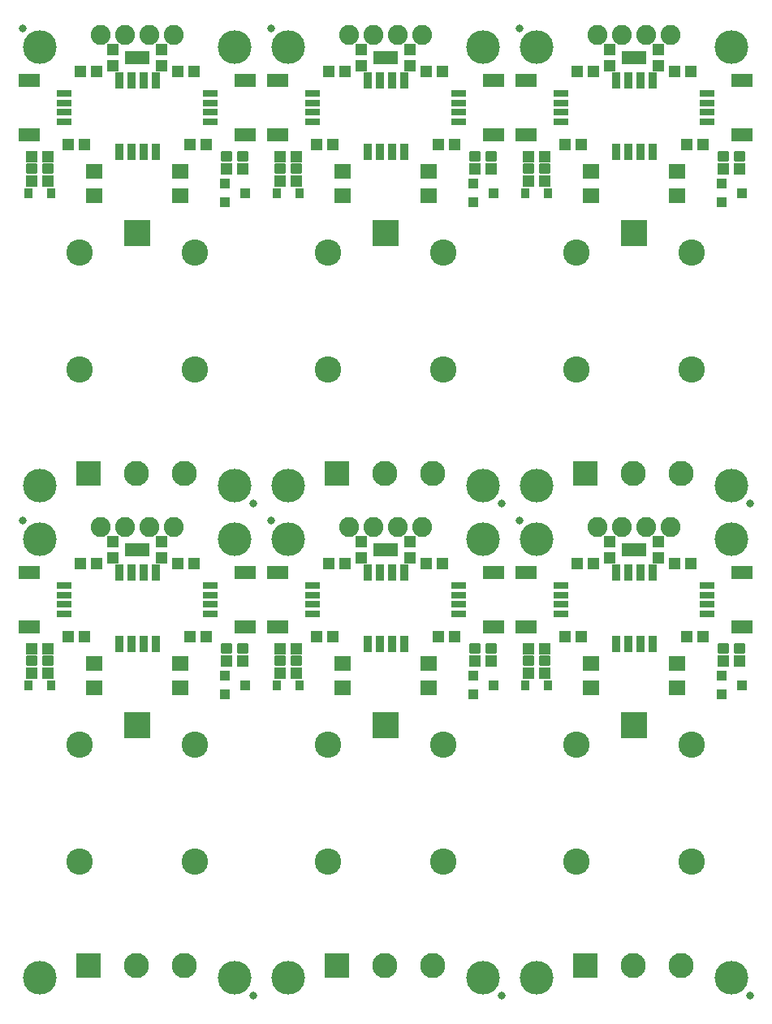
<source format=gts>
G75*
%MOIN*%
%OFA0B0*%
%FSLAX25Y25*%
%IPPOS*%
%LPD*%
%AMOC8*
5,1,8,0,0,1.08239X$1,22.5*
%
%ADD10R,0.05131X0.04737*%
%ADD11R,0.03280X0.04068*%
%ADD12C,0.01421*%
%ADD13R,0.08674X0.05524*%
%ADD14R,0.06115X0.03162*%
%ADD15R,0.10800X0.10800*%
%ADD16C,0.10800*%
%ADD17C,0.13800*%
%ADD18R,0.04737X0.05131*%
%ADD19R,0.03300X0.05800*%
%ADD20R,0.04343X0.03950*%
%ADD21R,0.10300X0.10300*%
%ADD22C,0.10300*%
%ADD23R,0.03800X0.06800*%
%ADD24R,0.06706X0.05918*%
%ADD25C,0.03300*%
%ADD26C,0.08200*%
D10*
X0033154Y0161500D03*
X0039846Y0161500D03*
X0039846Y0171500D03*
X0033154Y0171500D03*
X0048154Y0176500D03*
X0054846Y0176500D03*
X0053154Y0206500D03*
X0059846Y0206500D03*
X0093154Y0206500D03*
X0099846Y0206500D03*
X0098154Y0176500D03*
X0104846Y0176500D03*
X0113154Y0166500D03*
X0119846Y0166500D03*
X0135154Y0161500D03*
X0141846Y0161500D03*
X0141846Y0171500D03*
X0135154Y0171500D03*
X0150154Y0176500D03*
X0156846Y0176500D03*
X0155154Y0206500D03*
X0161846Y0206500D03*
X0195154Y0206500D03*
X0201846Y0206500D03*
X0200154Y0176500D03*
X0206846Y0176500D03*
X0215154Y0166500D03*
X0221846Y0166500D03*
X0237154Y0161500D03*
X0243846Y0161500D03*
X0243846Y0171500D03*
X0237154Y0171500D03*
X0252154Y0176500D03*
X0258846Y0176500D03*
X0257154Y0206500D03*
X0263846Y0206500D03*
X0297154Y0206500D03*
X0303846Y0206500D03*
X0302154Y0176500D03*
X0308846Y0176500D03*
X0317154Y0166500D03*
X0323846Y0166500D03*
X0243846Y0363500D03*
X0237154Y0363500D03*
X0237154Y0373500D03*
X0243846Y0373500D03*
X0252154Y0378500D03*
X0258846Y0378500D03*
X0257154Y0408500D03*
X0263846Y0408500D03*
X0297154Y0408500D03*
X0303846Y0408500D03*
X0302154Y0378500D03*
X0308846Y0378500D03*
X0317154Y0368500D03*
X0323846Y0368500D03*
X0221846Y0368500D03*
X0215154Y0368500D03*
X0206846Y0378500D03*
X0200154Y0378500D03*
X0201846Y0408500D03*
X0195154Y0408500D03*
X0161846Y0408500D03*
X0155154Y0408500D03*
X0156846Y0378500D03*
X0150154Y0378500D03*
X0141846Y0373500D03*
X0135154Y0373500D03*
X0135154Y0363500D03*
X0141846Y0363500D03*
X0119846Y0368500D03*
X0113154Y0368500D03*
X0104846Y0378500D03*
X0098154Y0378500D03*
X0099846Y0408500D03*
X0093154Y0408500D03*
X0059846Y0408500D03*
X0053154Y0408500D03*
X0054846Y0378500D03*
X0048154Y0378500D03*
X0039846Y0373500D03*
X0033154Y0373500D03*
X0033154Y0363500D03*
X0039846Y0363500D03*
D11*
X0041028Y0358500D03*
X0031972Y0358500D03*
X0133972Y0358500D03*
X0143028Y0358500D03*
X0235972Y0358500D03*
X0245028Y0358500D03*
X0245028Y0156500D03*
X0235972Y0156500D03*
X0143028Y0156500D03*
X0133972Y0156500D03*
X0041028Y0156500D03*
X0031972Y0156500D03*
D12*
X0034705Y0164842D02*
X0034705Y0168158D01*
X0034705Y0164842D02*
X0031389Y0164842D01*
X0031389Y0168158D01*
X0034705Y0168158D01*
X0034705Y0166262D02*
X0031389Y0166262D01*
X0031389Y0167682D02*
X0034705Y0167682D01*
X0041611Y0168158D02*
X0041611Y0164842D01*
X0038295Y0164842D01*
X0038295Y0168158D01*
X0041611Y0168158D01*
X0041611Y0166262D02*
X0038295Y0166262D01*
X0038295Y0167682D02*
X0041611Y0167682D01*
X0114705Y0169842D02*
X0114705Y0173158D01*
X0114705Y0169842D02*
X0111389Y0169842D01*
X0111389Y0173158D01*
X0114705Y0173158D01*
X0114705Y0171262D02*
X0111389Y0171262D01*
X0111389Y0172682D02*
X0114705Y0172682D01*
X0121611Y0173158D02*
X0121611Y0169842D01*
X0118295Y0169842D01*
X0118295Y0173158D01*
X0121611Y0173158D01*
X0121611Y0171262D02*
X0118295Y0171262D01*
X0118295Y0172682D02*
X0121611Y0172682D01*
X0136705Y0168158D02*
X0136705Y0164842D01*
X0133389Y0164842D01*
X0133389Y0168158D01*
X0136705Y0168158D01*
X0136705Y0166262D02*
X0133389Y0166262D01*
X0133389Y0167682D02*
X0136705Y0167682D01*
X0143611Y0168158D02*
X0143611Y0164842D01*
X0140295Y0164842D01*
X0140295Y0168158D01*
X0143611Y0168158D01*
X0143611Y0166262D02*
X0140295Y0166262D01*
X0140295Y0167682D02*
X0143611Y0167682D01*
X0216705Y0169842D02*
X0216705Y0173158D01*
X0216705Y0169842D02*
X0213389Y0169842D01*
X0213389Y0173158D01*
X0216705Y0173158D01*
X0216705Y0171262D02*
X0213389Y0171262D01*
X0213389Y0172682D02*
X0216705Y0172682D01*
X0223611Y0173158D02*
X0223611Y0169842D01*
X0220295Y0169842D01*
X0220295Y0173158D01*
X0223611Y0173158D01*
X0223611Y0171262D02*
X0220295Y0171262D01*
X0220295Y0172682D02*
X0223611Y0172682D01*
X0238705Y0168158D02*
X0238705Y0164842D01*
X0235389Y0164842D01*
X0235389Y0168158D01*
X0238705Y0168158D01*
X0238705Y0166262D02*
X0235389Y0166262D01*
X0235389Y0167682D02*
X0238705Y0167682D01*
X0245611Y0168158D02*
X0245611Y0164842D01*
X0242295Y0164842D01*
X0242295Y0168158D01*
X0245611Y0168158D01*
X0245611Y0166262D02*
X0242295Y0166262D01*
X0242295Y0167682D02*
X0245611Y0167682D01*
X0318705Y0169842D02*
X0318705Y0173158D01*
X0318705Y0169842D02*
X0315389Y0169842D01*
X0315389Y0173158D01*
X0318705Y0173158D01*
X0318705Y0171262D02*
X0315389Y0171262D01*
X0315389Y0172682D02*
X0318705Y0172682D01*
X0325611Y0173158D02*
X0325611Y0169842D01*
X0322295Y0169842D01*
X0322295Y0173158D01*
X0325611Y0173158D01*
X0325611Y0171262D02*
X0322295Y0171262D01*
X0322295Y0172682D02*
X0325611Y0172682D01*
X0245611Y0366842D02*
X0245611Y0370158D01*
X0245611Y0366842D02*
X0242295Y0366842D01*
X0242295Y0370158D01*
X0245611Y0370158D01*
X0245611Y0368262D02*
X0242295Y0368262D01*
X0242295Y0369682D02*
X0245611Y0369682D01*
X0238705Y0370158D02*
X0238705Y0366842D01*
X0235389Y0366842D01*
X0235389Y0370158D01*
X0238705Y0370158D01*
X0238705Y0368262D02*
X0235389Y0368262D01*
X0235389Y0369682D02*
X0238705Y0369682D01*
X0223611Y0371842D02*
X0223611Y0375158D01*
X0223611Y0371842D02*
X0220295Y0371842D01*
X0220295Y0375158D01*
X0223611Y0375158D01*
X0223611Y0373262D02*
X0220295Y0373262D01*
X0220295Y0374682D02*
X0223611Y0374682D01*
X0216705Y0375158D02*
X0216705Y0371842D01*
X0213389Y0371842D01*
X0213389Y0375158D01*
X0216705Y0375158D01*
X0216705Y0373262D02*
X0213389Y0373262D01*
X0213389Y0374682D02*
X0216705Y0374682D01*
X0143611Y0370158D02*
X0143611Y0366842D01*
X0140295Y0366842D01*
X0140295Y0370158D01*
X0143611Y0370158D01*
X0143611Y0368262D02*
X0140295Y0368262D01*
X0140295Y0369682D02*
X0143611Y0369682D01*
X0136705Y0370158D02*
X0136705Y0366842D01*
X0133389Y0366842D01*
X0133389Y0370158D01*
X0136705Y0370158D01*
X0136705Y0368262D02*
X0133389Y0368262D01*
X0133389Y0369682D02*
X0136705Y0369682D01*
X0121611Y0371842D02*
X0121611Y0375158D01*
X0121611Y0371842D02*
X0118295Y0371842D01*
X0118295Y0375158D01*
X0121611Y0375158D01*
X0121611Y0373262D02*
X0118295Y0373262D01*
X0118295Y0374682D02*
X0121611Y0374682D01*
X0114705Y0375158D02*
X0114705Y0371842D01*
X0111389Y0371842D01*
X0111389Y0375158D01*
X0114705Y0375158D01*
X0114705Y0373262D02*
X0111389Y0373262D01*
X0111389Y0374682D02*
X0114705Y0374682D01*
X0041611Y0370158D02*
X0041611Y0366842D01*
X0038295Y0366842D01*
X0038295Y0370158D01*
X0041611Y0370158D01*
X0041611Y0368262D02*
X0038295Y0368262D01*
X0038295Y0369682D02*
X0041611Y0369682D01*
X0034705Y0370158D02*
X0034705Y0366842D01*
X0031389Y0366842D01*
X0031389Y0370158D01*
X0034705Y0370158D01*
X0034705Y0368262D02*
X0031389Y0368262D01*
X0031389Y0369682D02*
X0034705Y0369682D01*
X0318705Y0371842D02*
X0318705Y0375158D01*
X0318705Y0371842D02*
X0315389Y0371842D01*
X0315389Y0375158D01*
X0318705Y0375158D01*
X0318705Y0373262D02*
X0315389Y0373262D01*
X0315389Y0374682D02*
X0318705Y0374682D01*
X0325611Y0375158D02*
X0325611Y0371842D01*
X0322295Y0371842D01*
X0322295Y0375158D01*
X0325611Y0375158D01*
X0325611Y0373262D02*
X0322295Y0373262D01*
X0322295Y0374682D02*
X0325611Y0374682D01*
D13*
X0324969Y0382476D03*
X0324969Y0404524D03*
X0236031Y0404524D03*
X0222969Y0404524D03*
X0222969Y0382476D03*
X0236031Y0382476D03*
X0134031Y0382476D03*
X0120969Y0382476D03*
X0120969Y0404524D03*
X0134031Y0404524D03*
X0032031Y0404524D03*
X0032031Y0382476D03*
X0032031Y0202524D03*
X0032031Y0180476D03*
X0120969Y0180476D03*
X0134031Y0180476D03*
X0134031Y0202524D03*
X0120969Y0202524D03*
X0222969Y0202524D03*
X0236031Y0202524D03*
X0236031Y0180476D03*
X0222969Y0180476D03*
X0324969Y0180476D03*
X0324969Y0202524D03*
D14*
X0310500Y0197406D03*
X0310500Y0193469D03*
X0310500Y0189531D03*
X0310500Y0185594D03*
X0250500Y0185594D03*
X0250500Y0189531D03*
X0250500Y0193469D03*
X0250500Y0197406D03*
X0208500Y0197406D03*
X0208500Y0193469D03*
X0208500Y0189531D03*
X0208500Y0185594D03*
X0148500Y0185594D03*
X0148500Y0189531D03*
X0148500Y0193469D03*
X0148500Y0197406D03*
X0106500Y0197406D03*
X0106500Y0193469D03*
X0106500Y0189531D03*
X0106500Y0185594D03*
X0046500Y0185594D03*
X0046500Y0189531D03*
X0046500Y0193469D03*
X0046500Y0197406D03*
X0046500Y0387594D03*
X0046500Y0391531D03*
X0046500Y0395469D03*
X0046500Y0399406D03*
X0106500Y0399406D03*
X0106500Y0395469D03*
X0106500Y0391531D03*
X0106500Y0387594D03*
X0148500Y0387594D03*
X0148500Y0391531D03*
X0148500Y0395469D03*
X0148500Y0399406D03*
X0208500Y0399406D03*
X0208500Y0395469D03*
X0208500Y0391531D03*
X0208500Y0387594D03*
X0250500Y0387594D03*
X0250500Y0391531D03*
X0250500Y0395469D03*
X0250500Y0399406D03*
X0310500Y0399406D03*
X0310500Y0395469D03*
X0310500Y0391531D03*
X0310500Y0387594D03*
D15*
X0280520Y0342043D03*
X0178520Y0342043D03*
X0076520Y0342043D03*
X0076520Y0140043D03*
X0178520Y0140043D03*
X0280520Y0140043D03*
D16*
X0304142Y0132169D03*
X0304142Y0084138D03*
X0256898Y0084138D03*
X0256898Y0132169D03*
X0202142Y0132169D03*
X0202142Y0084138D03*
X0154898Y0084138D03*
X0154898Y0132169D03*
X0100142Y0132169D03*
X0100142Y0084138D03*
X0052898Y0084138D03*
X0052898Y0132169D03*
X0052898Y0286138D03*
X0052898Y0334169D03*
X0100142Y0334169D03*
X0100142Y0286138D03*
X0154898Y0286138D03*
X0154898Y0334169D03*
X0202142Y0334169D03*
X0202142Y0286138D03*
X0256898Y0286138D03*
X0256898Y0334169D03*
X0304142Y0334169D03*
X0304142Y0286138D03*
D17*
X0036500Y0036500D03*
X0116500Y0036500D03*
X0138500Y0036500D03*
X0218500Y0036500D03*
X0240500Y0036500D03*
X0320500Y0036500D03*
X0320500Y0216500D03*
X0320500Y0238500D03*
X0240500Y0238500D03*
X0240500Y0216500D03*
X0218500Y0216500D03*
X0218500Y0238500D03*
X0138500Y0238500D03*
X0138500Y0216500D03*
X0116500Y0216500D03*
X0116500Y0238500D03*
X0036500Y0238500D03*
X0036500Y0216500D03*
X0036500Y0418500D03*
X0116500Y0418500D03*
X0138500Y0418500D03*
X0218500Y0418500D03*
X0240500Y0418500D03*
X0320500Y0418500D03*
D18*
X0290500Y0417346D03*
X0290500Y0410654D03*
X0270500Y0410654D03*
X0270500Y0417346D03*
X0188500Y0417346D03*
X0188500Y0410654D03*
X0168500Y0410654D03*
X0168500Y0417346D03*
X0086500Y0417346D03*
X0086500Y0410654D03*
X0066500Y0410654D03*
X0066500Y0417346D03*
X0066500Y0215346D03*
X0066500Y0208654D03*
X0086500Y0208654D03*
X0086500Y0215346D03*
X0168500Y0215346D03*
X0168500Y0208654D03*
X0188500Y0208654D03*
X0188500Y0215346D03*
X0270500Y0215346D03*
X0270500Y0208654D03*
X0290500Y0208654D03*
X0290500Y0215346D03*
D19*
X0283700Y0212000D03*
X0280500Y0212000D03*
X0277300Y0212000D03*
X0181700Y0212000D03*
X0178500Y0212000D03*
X0175300Y0212000D03*
X0079700Y0212000D03*
X0076500Y0212000D03*
X0073300Y0212000D03*
X0073300Y0414000D03*
X0076500Y0414000D03*
X0079700Y0414000D03*
X0175300Y0414000D03*
X0178500Y0414000D03*
X0181700Y0414000D03*
X0277300Y0414000D03*
X0280500Y0414000D03*
X0283700Y0414000D03*
D20*
X0316563Y0362240D03*
X0316563Y0354760D03*
X0324831Y0358500D03*
X0222831Y0358500D03*
X0214563Y0354760D03*
X0214563Y0362240D03*
X0120831Y0358500D03*
X0112563Y0354760D03*
X0112563Y0362240D03*
X0112563Y0160240D03*
X0112563Y0152760D03*
X0120831Y0156500D03*
X0214563Y0152760D03*
X0214563Y0160240D03*
X0222831Y0156500D03*
X0316563Y0152760D03*
X0316563Y0160240D03*
X0324831Y0156500D03*
D21*
X0260500Y0243500D03*
X0158500Y0243500D03*
X0056500Y0243500D03*
X0056500Y0041500D03*
X0158500Y0041500D03*
X0260500Y0041500D03*
D22*
X0280185Y0041500D03*
X0299870Y0041500D03*
X0197870Y0041500D03*
X0178185Y0041500D03*
X0095870Y0041500D03*
X0076185Y0041500D03*
X0076185Y0243500D03*
X0095870Y0243500D03*
X0178185Y0243500D03*
X0197870Y0243500D03*
X0280185Y0243500D03*
X0299870Y0243500D03*
D23*
X0288000Y0202673D03*
X0283000Y0202673D03*
X0278000Y0202673D03*
X0273000Y0202673D03*
X0273000Y0173500D03*
X0278000Y0173500D03*
X0283000Y0173500D03*
X0288000Y0173500D03*
X0186000Y0173500D03*
X0181000Y0173500D03*
X0176000Y0173500D03*
X0171000Y0173500D03*
X0171000Y0202673D03*
X0176000Y0202673D03*
X0181000Y0202673D03*
X0186000Y0202673D03*
X0084000Y0202673D03*
X0079000Y0202673D03*
X0074000Y0202673D03*
X0069000Y0202673D03*
X0069000Y0173500D03*
X0074000Y0173500D03*
X0079000Y0173500D03*
X0084000Y0173500D03*
X0084000Y0375500D03*
X0079000Y0375500D03*
X0074000Y0375500D03*
X0069000Y0375500D03*
X0069000Y0404673D03*
X0074000Y0404673D03*
X0079000Y0404673D03*
X0084000Y0404673D03*
X0171000Y0404673D03*
X0176000Y0404673D03*
X0181000Y0404673D03*
X0186000Y0404673D03*
X0186000Y0375500D03*
X0181000Y0375500D03*
X0176000Y0375500D03*
X0171000Y0375500D03*
X0273000Y0375500D03*
X0278000Y0375500D03*
X0283000Y0375500D03*
X0288000Y0375500D03*
X0288000Y0404673D03*
X0283000Y0404673D03*
X0278000Y0404673D03*
X0273000Y0404673D03*
D24*
X0262783Y0367500D03*
X0262783Y0357500D03*
X0298217Y0357500D03*
X0298217Y0367500D03*
X0196217Y0367500D03*
X0196217Y0357500D03*
X0160783Y0357500D03*
X0160783Y0367500D03*
X0094217Y0367500D03*
X0094217Y0357500D03*
X0058783Y0357500D03*
X0058783Y0367500D03*
X0058783Y0165500D03*
X0058783Y0155500D03*
X0094217Y0155500D03*
X0094217Y0165500D03*
X0160783Y0165500D03*
X0160783Y0155500D03*
X0196217Y0155500D03*
X0196217Y0165500D03*
X0262783Y0165500D03*
X0262783Y0155500D03*
X0298217Y0155500D03*
X0298217Y0165500D03*
D25*
X0328000Y0231000D03*
X0233500Y0224000D03*
X0226000Y0231000D03*
X0131500Y0224000D03*
X0124000Y0231000D03*
X0029500Y0224000D03*
X0124000Y0029000D03*
X0226000Y0029000D03*
X0328000Y0029000D03*
X0233500Y0426000D03*
X0131500Y0426000D03*
X0029500Y0426000D03*
D26*
X0061500Y0423500D03*
X0071500Y0423500D03*
X0081500Y0423500D03*
X0091500Y0423500D03*
X0163500Y0423500D03*
X0173500Y0423500D03*
X0183500Y0423500D03*
X0193500Y0423500D03*
X0265500Y0423500D03*
X0275500Y0423500D03*
X0285500Y0423500D03*
X0295500Y0423500D03*
X0295500Y0221500D03*
X0285500Y0221500D03*
X0275500Y0221500D03*
X0265500Y0221500D03*
X0193500Y0221500D03*
X0183500Y0221500D03*
X0173500Y0221500D03*
X0163500Y0221500D03*
X0091500Y0221500D03*
X0081500Y0221500D03*
X0071500Y0221500D03*
X0061500Y0221500D03*
M02*

</source>
